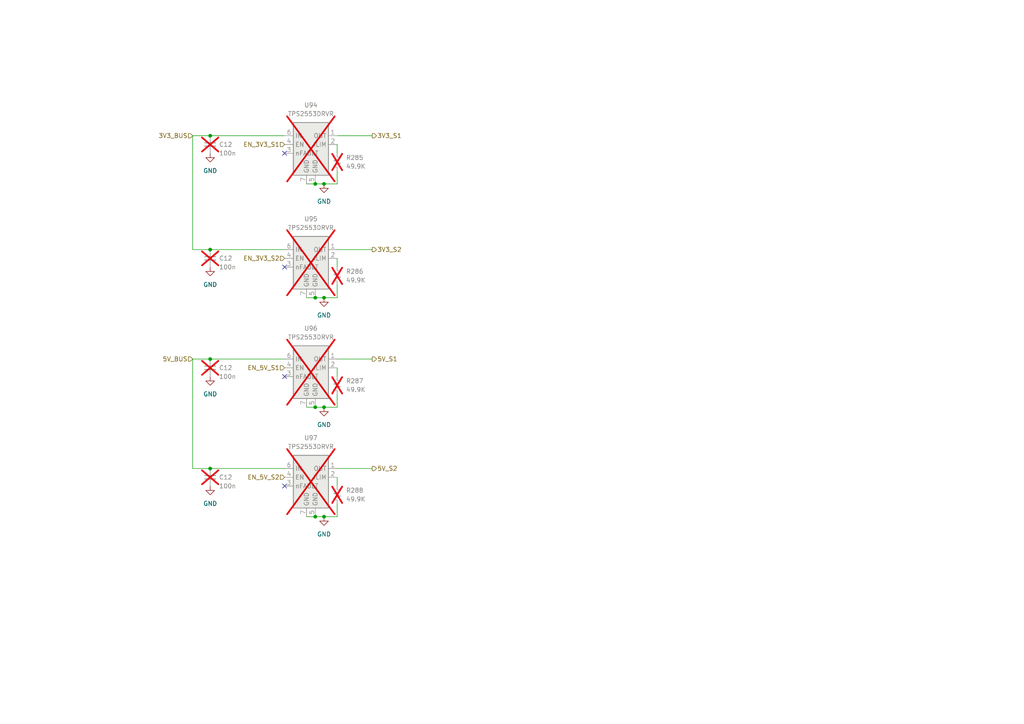
<source format=kicad_sch>
(kicad_sch (version 20230121) (generator eeschema)

  (uuid 732762da-7fb4-4457-98c7-09bf1e2fdadf)

  (paper "A4")

  (lib_symbols
    (symbol "Device:C_Small" (pin_numbers hide) (pin_names (offset 0.254) hide) (in_bom yes) (on_board yes)
      (property "Reference" "C" (at 0.254 1.778 0)
        (effects (font (size 1.27 1.27)) (justify left))
      )
      (property "Value" "C_Small" (at 0.254 -2.032 0)
        (effects (font (size 1.27 1.27)) (justify left))
      )
      (property "Footprint" "" (at 0 0 0)
        (effects (font (size 1.27 1.27)) hide)
      )
      (property "Datasheet" "~" (at 0 0 0)
        (effects (font (size 1.27 1.27)) hide)
      )
      (property "ki_keywords" "capacitor cap" (at 0 0 0)
        (effects (font (size 1.27 1.27)) hide)
      )
      (property "ki_description" "Unpolarized capacitor, small symbol" (at 0 0 0)
        (effects (font (size 1.27 1.27)) hide)
      )
      (property "ki_fp_filters" "C_*" (at 0 0 0)
        (effects (font (size 1.27 1.27)) hide)
      )
      (symbol "C_Small_0_1"
        (polyline
          (pts
            (xy -1.524 -0.508)
            (xy 1.524 -0.508)
          )
          (stroke (width 0.3302) (type default))
          (fill (type none))
        )
        (polyline
          (pts
            (xy -1.524 0.508)
            (xy 1.524 0.508)
          )
          (stroke (width 0.3048) (type default))
          (fill (type none))
        )
      )
      (symbol "C_Small_1_1"
        (pin passive line (at 0 2.54 270) (length 2.032)
          (name "~" (effects (font (size 1.27 1.27))))
          (number "1" (effects (font (size 1.27 1.27))))
        )
        (pin passive line (at 0 -2.54 90) (length 2.032)
          (name "~" (effects (font (size 1.27 1.27))))
          (number "2" (effects (font (size 1.27 1.27))))
        )
      )
    )
    (symbol "Device:R_Small_US" (pin_numbers hide) (pin_names (offset 0.254) hide) (in_bom yes) (on_board yes)
      (property "Reference" "R" (at 0.762 0.508 0)
        (effects (font (size 1.27 1.27)) (justify left))
      )
      (property "Value" "R_Small_US" (at 0.762 -1.016 0)
        (effects (font (size 1.27 1.27)) (justify left))
      )
      (property "Footprint" "" (at 0 0 0)
        (effects (font (size 1.27 1.27)) hide)
      )
      (property "Datasheet" "~" (at 0 0 0)
        (effects (font (size 1.27 1.27)) hide)
      )
      (property "ki_keywords" "r resistor" (at 0 0 0)
        (effects (font (size 1.27 1.27)) hide)
      )
      (property "ki_description" "Resistor, small US symbol" (at 0 0 0)
        (effects (font (size 1.27 1.27)) hide)
      )
      (property "ki_fp_filters" "R_*" (at 0 0 0)
        (effects (font (size 1.27 1.27)) hide)
      )
      (symbol "R_Small_US_1_1"
        (polyline
          (pts
            (xy 0 0)
            (xy 1.016 -0.381)
            (xy 0 -0.762)
            (xy -1.016 -1.143)
            (xy 0 -1.524)
          )
          (stroke (width 0) (type default))
          (fill (type none))
        )
        (polyline
          (pts
            (xy 0 1.524)
            (xy 1.016 1.143)
            (xy 0 0.762)
            (xy -1.016 0.381)
            (xy 0 0)
          )
          (stroke (width 0) (type default))
          (fill (type none))
        )
        (pin passive line (at 0 2.54 270) (length 1.016)
          (name "~" (effects (font (size 1.27 1.27))))
          (number "1" (effects (font (size 1.27 1.27))))
        )
        (pin passive line (at 0 -2.54 90) (length 1.016)
          (name "~" (effects (font (size 1.27 1.27))))
          (number "2" (effects (font (size 1.27 1.27))))
        )
      )
    )
    (symbol "ESLGSU_Parts_Lib:TPS2553DRVR" (in_bom yes) (on_board yes)
      (property "Reference" "U" (at -5.08 15.24 0)
        (effects (font (size 1.27 1.27)))
      )
      (property "Value" "TPS2553DRVR" (at 6.35 15.24 0)
        (effects (font (size 1.27 1.27)))
      )
      (property "Footprint" "Package_SON:WSON-6-1EP_2x2mm_P0.65mm_EP1x1.6mm" (at -1.27 17.78 0)
        (effects (font (size 1.27 1.27)) hide)
      )
      (property "Datasheet" "" (at 0 0 0)
        (effects (font (size 1.27 1.27)) hide)
      )
      (symbol "TPS2553DRVR_1_1"
        (rectangle (start -5.08 13.97) (end 5.08 -1.27)
          (stroke (width 0.3) (type default))
          (fill (type background))
        )
        (pin power_out line (at 7.62 10.16 180) (length 2.54)
          (name "OUT" (effects (font (size 1.27 1.27))))
          (number "1" (effects (font (size 1.27 1.27))))
        )
        (pin passive line (at 7.62 7.62 180) (length 2.54)
          (name "ILIM" (effects (font (size 1.27 1.27))))
          (number "2" (effects (font (size 1.27 1.27))))
        )
        (pin input line (at -7.62 5.08 0) (length 2.54)
          (name "nFAULT" (effects (font (size 1.27 1.27))))
          (number "3" (effects (font (size 1.27 1.27))))
        )
        (pin input line (at -7.62 7.62 0) (length 2.54)
          (name "EN" (effects (font (size 1.27 1.27))))
          (number "4" (effects (font (size 1.27 1.27))))
        )
        (pin power_in line (at 1.27 -3.81 90) (length 2.54)
          (name "GND" (effects (font (size 1.27 1.27))))
          (number "5" (effects (font (size 1.27 1.27))))
        )
        (pin power_in line (at -7.62 10.16 0) (length 2.54)
          (name "IN" (effects (font (size 1.27 1.27))))
          (number "6" (effects (font (size 1.27 1.27))))
        )
        (pin power_in line (at -1.27 -3.81 90) (length 2.54)
          (name "GND" (effects (font (size 1.27 1.27))))
          (number "7" (effects (font (size 1.27 1.27))))
        )
      )
    )
    (symbol "power:GND" (power) (pin_names (offset 0)) (in_bom yes) (on_board yes)
      (property "Reference" "#PWR" (at 0 -6.35 0)
        (effects (font (size 1.27 1.27)) hide)
      )
      (property "Value" "GND" (at 0 -3.81 0)
        (effects (font (size 1.27 1.27)))
      )
      (property "Footprint" "" (at 0 0 0)
        (effects (font (size 1.27 1.27)) hide)
      )
      (property "Datasheet" "" (at 0 0 0)
        (effects (font (size 1.27 1.27)) hide)
      )
      (property "ki_keywords" "global power" (at 0 0 0)
        (effects (font (size 1.27 1.27)) hide)
      )
      (property "ki_description" "Power symbol creates a global label with name \"GND\" , ground" (at 0 0 0)
        (effects (font (size 1.27 1.27)) hide)
      )
      (symbol "GND_0_1"
        (polyline
          (pts
            (xy 0 0)
            (xy 0 -1.27)
            (xy 1.27 -1.27)
            (xy 0 -2.54)
            (xy -1.27 -1.27)
            (xy 0 -1.27)
          )
          (stroke (width 0) (type default))
          (fill (type none))
        )
      )
      (symbol "GND_1_1"
        (pin power_in line (at 0 0 270) (length 0) hide
          (name "GND" (effects (font (size 1.27 1.27))))
          (number "1" (effects (font (size 1.27 1.27))))
        )
      )
    )
  )

  (junction (at 91.44 149.86) (diameter 0) (color 0 0 0 0)
    (uuid 14bf1d49-2c00-44e7-bea7-d6a183878bb8)
  )
  (junction (at 60.96 135.89) (diameter 0) (color 0 0 0 0)
    (uuid 3c71b214-b2d2-489c-80b9-9f6dbec240cf)
  )
  (junction (at 93.98 118.11) (diameter 0) (color 0 0 0 0)
    (uuid 45c3af8f-7e72-4662-b9c5-136e6771adf8)
  )
  (junction (at 60.96 104.14) (diameter 0) (color 0 0 0 0)
    (uuid 7ff023a2-50f1-44ec-9cee-9148c64b835f)
  )
  (junction (at 93.98 149.86) (diameter 0) (color 0 0 0 0)
    (uuid 8d7641cc-564c-4eaf-9f61-02009cae3815)
  )
  (junction (at 93.98 86.36) (diameter 0) (color 0 0 0 0)
    (uuid b1b34166-a91c-4640-b192-d579440c0a98)
  )
  (junction (at 60.96 39.37) (diameter 0) (color 0 0 0 0)
    (uuid bb8f6c26-4ba4-4b13-898c-6ae8f1b4c925)
  )
  (junction (at 91.44 118.11) (diameter 0) (color 0 0 0 0)
    (uuid c65b4bbc-d7d3-49be-8db6-25898f14fee1)
  )
  (junction (at 60.96 72.39) (diameter 0) (color 0 0 0 0)
    (uuid dfd19624-6fb5-4294-b635-cdd1ad4058fd)
  )
  (junction (at 91.44 53.34) (diameter 0) (color 0 0 0 0)
    (uuid e23a6d9b-1e4a-4ff4-a630-6c50cd7933ee)
  )
  (junction (at 91.44 86.36) (diameter 0) (color 0 0 0 0)
    (uuid f06e72a5-c60d-4056-92f9-8ec6084a73fa)
  )
  (junction (at 93.98 53.34) (diameter 0) (color 0 0 0 0)
    (uuid f5cd2c48-77c7-4595-8828-81b685fd7f28)
  )

  (no_connect (at 82.55 44.45) (uuid 06b8caa7-3141-430a-a5b9-7e212401f99e))
  (no_connect (at 82.55 140.97) (uuid 18e9dfb1-1721-4c3d-82c2-351777cefb95))
  (no_connect (at 82.55 77.47) (uuid 58e7016f-e536-4169-9158-032db2c1c87d))
  (no_connect (at 82.55 109.22) (uuid 892b952a-1684-40a9-97b0-8e477afd69b9))

  (wire (pts (xy 97.79 106.68) (xy 97.79 109.22))
    (stroke (width 0) (type default))
    (uuid 028a99b4-48f5-426f-9040-ef0d1efb2127)
  )
  (wire (pts (xy 97.79 86.36) (xy 97.79 82.55))
    (stroke (width 0) (type default))
    (uuid 0f0bb25d-69a8-4555-8aa6-a92a98c423d8)
  )
  (wire (pts (xy 91.44 118.11) (xy 93.98 118.11))
    (stroke (width 0) (type default))
    (uuid 1255b50d-fe17-4201-a94d-66db9d759e92)
  )
  (wire (pts (xy 60.96 104.14) (xy 82.55 104.14))
    (stroke (width 0) (type default))
    (uuid 1933a4bb-13ca-4c04-87b9-4af3de81ff1b)
  )
  (wire (pts (xy 107.95 135.89) (xy 97.79 135.89))
    (stroke (width 0) (type default))
    (uuid 25098fe6-1214-438b-b987-6291112c4267)
  )
  (wire (pts (xy 97.79 53.34) (xy 97.79 49.53))
    (stroke (width 0) (type default))
    (uuid 2c8258ce-847f-4005-a4a8-51f150e3b85d)
  )
  (wire (pts (xy 91.44 149.86) (xy 93.98 149.86))
    (stroke (width 0) (type default))
    (uuid 38a6deb5-8068-419b-bd49-649f327a8d6e)
  )
  (wire (pts (xy 55.88 39.37) (xy 55.88 72.39))
    (stroke (width 0) (type default))
    (uuid 3d1d9798-9dc0-48b6-8fcf-57777cfcb948)
  )
  (wire (pts (xy 60.96 39.37) (xy 82.55 39.37))
    (stroke (width 0) (type default))
    (uuid 3f0fbed4-6ab2-40f0-9603-87d02b55578f)
  )
  (wire (pts (xy 97.79 138.43) (xy 97.79 140.97))
    (stroke (width 0) (type default))
    (uuid 3f827747-8c93-4845-81df-d40f9c052a69)
  )
  (wire (pts (xy 93.98 53.34) (xy 97.79 53.34))
    (stroke (width 0) (type default))
    (uuid 40136aca-2171-4d37-ac07-0fcb0fd830de)
  )
  (wire (pts (xy 93.98 118.11) (xy 97.79 118.11))
    (stroke (width 0) (type default))
    (uuid 46e18ba5-7d70-4599-b43d-427bb30ef90d)
  )
  (wire (pts (xy 88.9 149.86) (xy 91.44 149.86))
    (stroke (width 0) (type default))
    (uuid 49de005c-65b3-4313-957a-57693a571bc3)
  )
  (wire (pts (xy 55.88 72.39) (xy 60.96 72.39))
    (stroke (width 0) (type default))
    (uuid 4e2baac9-9a74-443b-bd34-050217e24d6a)
  )
  (wire (pts (xy 93.98 86.36) (xy 97.79 86.36))
    (stroke (width 0) (type default))
    (uuid 56b95893-61f3-4afa-8829-2d6aa2cc66e6)
  )
  (wire (pts (xy 107.95 72.39) (xy 97.79 72.39))
    (stroke (width 0) (type default))
    (uuid 683e0fc4-0d6b-4e38-8cd5-0dcf014ef62e)
  )
  (wire (pts (xy 97.79 41.91) (xy 97.79 44.45))
    (stroke (width 0) (type default))
    (uuid 690d7760-b131-49d2-9818-54cd24c1f893)
  )
  (wire (pts (xy 107.95 39.37) (xy 97.79 39.37))
    (stroke (width 0) (type default))
    (uuid 73584c63-c1ae-4ace-be5a-29b1e83d4b2d)
  )
  (wire (pts (xy 97.79 74.93) (xy 97.79 77.47))
    (stroke (width 0) (type default))
    (uuid 89517a29-c4f5-409c-9144-9c72b274818e)
  )
  (wire (pts (xy 55.88 135.89) (xy 60.96 135.89))
    (stroke (width 0) (type default))
    (uuid 8cf807c3-b89c-4df4-b838-7c5f4d2900dc)
  )
  (wire (pts (xy 97.79 118.11) (xy 97.79 114.3))
    (stroke (width 0) (type default))
    (uuid 901efad2-a2a8-4310-b5b7-11cd9db4f947)
  )
  (wire (pts (xy 97.79 149.86) (xy 97.79 146.05))
    (stroke (width 0) (type default))
    (uuid 94ab7d33-6fe5-4fee-97c4-e39656411e39)
  )
  (wire (pts (xy 55.88 39.37) (xy 60.96 39.37))
    (stroke (width 0) (type default))
    (uuid 9713a5d5-eb31-40f3-b2d7-a9696111b381)
  )
  (wire (pts (xy 91.44 53.34) (xy 93.98 53.34))
    (stroke (width 0) (type default))
    (uuid 9941339e-b1d5-4abe-b048-a23feb67a91c)
  )
  (wire (pts (xy 55.88 104.14) (xy 60.96 104.14))
    (stroke (width 0) (type default))
    (uuid 9b8c0e2b-9a06-49bd-8ad9-cf2a7817335f)
  )
  (wire (pts (xy 60.96 135.89) (xy 82.55 135.89))
    (stroke (width 0) (type default))
    (uuid a2f82f88-0c8e-4d3b-a1f8-0d1530e97157)
  )
  (wire (pts (xy 88.9 86.36) (xy 91.44 86.36))
    (stroke (width 0) (type default))
    (uuid a479ef19-7dce-4b1d-ac25-84e7032c8e2a)
  )
  (wire (pts (xy 93.98 149.86) (xy 97.79 149.86))
    (stroke (width 0) (type default))
    (uuid a94f6d27-9546-4604-8f02-8499a6622ad0)
  )
  (wire (pts (xy 88.9 53.34) (xy 91.44 53.34))
    (stroke (width 0) (type default))
    (uuid bda2cb48-7086-4327-88df-e6ce688f9357)
  )
  (wire (pts (xy 88.9 118.11) (xy 91.44 118.11))
    (stroke (width 0) (type default))
    (uuid c0f38dee-4e2f-435d-a77f-65a1ea188259)
  )
  (wire (pts (xy 91.44 86.36) (xy 93.98 86.36))
    (stroke (width 0) (type default))
    (uuid cac69284-ccad-463a-adef-7555758166b5)
  )
  (wire (pts (xy 107.95 104.14) (xy 97.79 104.14))
    (stroke (width 0) (type default))
    (uuid d9025641-e8e1-4b06-acbf-2c8ea817a4a2)
  )
  (wire (pts (xy 55.88 104.14) (xy 55.88 135.89))
    (stroke (width 0) (type default))
    (uuid ef62c97c-6267-4a6a-bf5b-62daa84f32e7)
  )
  (wire (pts (xy 60.96 72.39) (xy 82.55 72.39))
    (stroke (width 0) (type default))
    (uuid ff076b25-c49d-49a6-9971-f30dd04f0bc3)
  )

  (hierarchical_label "EN_3V3_S1" (shape input) (at 82.55 41.91 180) (fields_autoplaced)
    (effects (font (size 1.27 1.27)) (justify right))
    (uuid 01a3fcab-6c21-4e63-8cb5-59d130fb7835)
  )
  (hierarchical_label "5V_BUS" (shape input) (at 55.88 104.14 180) (fields_autoplaced)
    (effects (font (size 1.27 1.27)) (justify right))
    (uuid 090747f6-151d-4335-aba5-0534b8951ca5)
  )
  (hierarchical_label "5V_S1" (shape output) (at 107.95 104.14 0) (fields_autoplaced)
    (effects (font (size 1.27 1.27)) (justify left))
    (uuid 0d37d460-e36d-4669-9acf-21d5ae56860a)
  )
  (hierarchical_label "EN_5V_S1" (shape input) (at 82.55 106.68 180) (fields_autoplaced)
    (effects (font (size 1.27 1.27)) (justify right))
    (uuid 4dcb1be3-290c-4118-86d2-f8017a973a54)
  )
  (hierarchical_label "3V3_S2" (shape output) (at 107.95 72.39 0) (fields_autoplaced)
    (effects (font (size 1.27 1.27)) (justify left))
    (uuid 53dd664b-7250-400d-a87b-c5eaa96f2da9)
  )
  (hierarchical_label "3V3_BUS" (shape input) (at 55.88 39.37 180) (fields_autoplaced)
    (effects (font (size 1.27 1.27)) (justify right))
    (uuid 5944db21-62aa-402a-9f3d-d51a0354c382)
  )
  (hierarchical_label "3V3_S1" (shape output) (at 107.95 39.37 0) (fields_autoplaced)
    (effects (font (size 1.27 1.27)) (justify left))
    (uuid 8b78ae8f-759d-4e0a-9e60-f08b229d0ac2)
  )
  (hierarchical_label "EN_3V3_S2" (shape input) (at 82.55 74.93 180) (fields_autoplaced)
    (effects (font (size 1.27 1.27)) (justify right))
    (uuid a1cca315-fa6f-4959-a2bc-bd96a0ac1e54)
  )
  (hierarchical_label "EN_5V_S2" (shape input) (at 82.55 138.43 180) (fields_autoplaced)
    (effects (font (size 1.27 1.27)) (justify right))
    (uuid edc584dc-bae2-4411-967f-f066beac6b4e)
  )
  (hierarchical_label "5V_S2" (shape output) (at 107.95 135.89 0) (fields_autoplaced)
    (effects (font (size 1.27 1.27)) (justify left))
    (uuid f73d5268-06c7-4957-af5f-70d9e1a71b9c)
  )

  (symbol (lib_id "ESLGSU_Parts_Lib:TPS2553DRVR") (at 90.17 49.53 0) (unit 1)
    (in_bom no) (on_board yes) (dnp yes) (fields_autoplaced)
    (uuid 28ca8394-64d4-4dc7-aea5-68397d78c152)
    (property "Reference" "U94" (at 90.17 30.48 0)
      (effects (font (size 1.27 1.27)))
    )
    (property "Value" "TPS2553DRVR" (at 90.17 33.02 0)
      (effects (font (size 1.27 1.27)))
    )
    (property "Footprint" "Package_SON:WSON-6-1EP_2x2mm_P0.65mm_EP1x1.6mm" (at 88.9 31.75 0)
      (effects (font (size 1.27 1.27)) hide)
    )
    (property "Datasheet" "" (at 90.17 49.53 0)
      (effects (font (size 1.27 1.27)) hide)
    )
    (property "LCSC Part" "C411878" (at 90.17 49.53 0)
      (effects (font (size 1.27 1.27)) hide)
    )
    (pin "1" (uuid 6e2959d9-c1cb-40a6-95d0-ae67587b7457))
    (pin "2" (uuid 8aaad707-e72f-440a-b6af-aa2830d62531))
    (pin "3" (uuid eaa0699d-fa2a-4a9e-910b-3ad93e142642))
    (pin "4" (uuid 0b308fc3-832c-472a-be1c-8575117d0e3d))
    (pin "5" (uuid 639c3eed-5fdb-4ac6-a117-90c5d911879d))
    (pin "6" (uuid a9b4341b-4b42-4d5a-9843-824db7e722ee))
    (pin "7" (uuid cf29de5e-61de-4f1a-81ab-fab6ed16a610))
    (instances
      (project "ESLGSU"
        (path "/b556fa32-e0cb-409c-ac85-9f2ac606be79/a0129643-7679-4e39-a7dc-7ad070b0d451"
          (reference "U94") (unit 1)
        )
      )
    )
  )

  (symbol (lib_id "ESLGSU_Parts_Lib:TPS2553DRVR") (at 90.17 146.05 0) (unit 1)
    (in_bom no) (on_board yes) (dnp yes) (fields_autoplaced)
    (uuid 326edecc-2651-4335-8ac2-8b3e90febc02)
    (property "Reference" "U97" (at 90.17 127 0)
      (effects (font (size 1.27 1.27)))
    )
    (property "Value" "TPS2553DRVR" (at 90.17 129.54 0)
      (effects (font (size 1.27 1.27)))
    )
    (property "Footprint" "Package_SON:WSON-6-1EP_2x2mm_P0.65mm_EP1x1.6mm" (at 88.9 128.27 0)
      (effects (font (size 1.27 1.27)) hide)
    )
    (property "Datasheet" "" (at 90.17 146.05 0)
      (effects (font (size 1.27 1.27)) hide)
    )
    (property "LCSC Part" "C411878" (at 90.17 146.05 0)
      (effects (font (size 1.27 1.27)) hide)
    )
    (pin "1" (uuid 9b36e20f-2fbc-4739-bb2f-ba515daa3c19))
    (pin "2" (uuid 8ad123eb-0870-4c6f-b346-667abea16cf5))
    (pin "3" (uuid e7452704-d59c-4cfb-abee-9ce0906457b3))
    (pin "4" (uuid b0776387-4b4f-4874-af7c-12c3df32ccb7))
    (pin "5" (uuid 4287ecbf-c634-4c6c-afd5-fb540e720350))
    (pin "6" (uuid d24b8087-2d83-49e4-a204-3454ca78c221))
    (pin "7" (uuid 0daa304a-5396-44a1-aad5-4adaef18c8b2))
    (instances
      (project "ESLGSU"
        (path "/b556fa32-e0cb-409c-ac85-9f2ac606be79/a0129643-7679-4e39-a7dc-7ad070b0d451"
          (reference "U97") (unit 1)
        )
      )
    )
  )

  (symbol (lib_id "power:GND") (at 93.98 53.34 0) (unit 1)
    (in_bom yes) (on_board yes) (dnp no) (fields_autoplaced)
    (uuid 57078543-3412-493d-be75-45280efee0bc)
    (property "Reference" "#PWR0262" (at 93.98 59.69 0)
      (effects (font (size 1.27 1.27)) hide)
    )
    (property "Value" "GND" (at 93.98 58.42 0)
      (effects (font (size 1.27 1.27)))
    )
    (property "Footprint" "" (at 93.98 53.34 0)
      (effects (font (size 1.27 1.27)) hide)
    )
    (property "Datasheet" "" (at 93.98 53.34 0)
      (effects (font (size 1.27 1.27)) hide)
    )
    (pin "1" (uuid 322cba89-920c-41ff-b693-bb8a035e9f29))
    (instances
      (project "ESLGSU"
        (path "/b556fa32-e0cb-409c-ac85-9f2ac606be79/a0129643-7679-4e39-a7dc-7ad070b0d451"
          (reference "#PWR0262") (unit 1)
        )
      )
    )
  )

  (symbol (lib_id "Device:C_Small") (at 60.96 41.91 0) (unit 1)
    (in_bom no) (on_board yes) (dnp yes)
    (uuid 57e67927-7476-4ba7-b47a-46bdc40e5cd8)
    (property "Reference" "C12" (at 63.5 41.91 0)
      (effects (font (size 1.27 1.27)) (justify left))
    )
    (property "Value" "100n" (at 63.5 44.45 0)
      (effects (font (size 1.27 1.27)) (justify left))
    )
    (property "Footprint" "Capacitor_SMD:C_0402_1005Metric" (at 60.96 41.91 0)
      (effects (font (size 1.27 1.27)) hide)
    )
    (property "Datasheet" "~" (at 60.96 41.91 0)
      (effects (font (size 1.27 1.27)) hide)
    )
    (property "LCSC Part" "C307331" (at 52.07 41.91 0)
      (effects (font (size 1.27 1.27)) hide)
    )
    (pin "1" (uuid 2f1915bc-3f34-402c-9d69-89f8b66e480f))
    (pin "2" (uuid 8b20a657-bf06-4541-a6b2-6121bf3459ec))
    (instances
      (project "ESLGSU"
        (path "/b556fa32-e0cb-409c-ac85-9f2ac606be79/09a64186-e4de-4db7-b903-c6397ff9a54d"
          (reference "C12") (unit 1)
        )
        (path "/b556fa32-e0cb-409c-ac85-9f2ac606be79/33c4fea8-f262-455e-abaf-737bb774af6a"
          (reference "C72") (unit 1)
        )
        (path "/b556fa32-e0cb-409c-ac85-9f2ac606be79/a0129643-7679-4e39-a7dc-7ad070b0d451"
          (reference "C234") (unit 1)
        )
      )
    )
  )

  (symbol (lib_id "Device:C_Small") (at 60.96 138.43 0) (unit 1)
    (in_bom no) (on_board yes) (dnp yes)
    (uuid 5c9b0823-8235-47ed-b3cd-f4a57edab481)
    (property "Reference" "C12" (at 63.5 138.43 0)
      (effects (font (size 1.27 1.27)) (justify left))
    )
    (property "Value" "100n" (at 63.5 140.97 0)
      (effects (font (size 1.27 1.27)) (justify left))
    )
    (property "Footprint" "Capacitor_SMD:C_0402_1005Metric" (at 60.96 138.43 0)
      (effects (font (size 1.27 1.27)) hide)
    )
    (property "Datasheet" "~" (at 60.96 138.43 0)
      (effects (font (size 1.27 1.27)) hide)
    )
    (property "LCSC Part" "C307331" (at 52.07 138.43 0)
      (effects (font (size 1.27 1.27)) hide)
    )
    (pin "1" (uuid b7530008-4710-427d-8173-33c7619d0c85))
    (pin "2" (uuid d0884e62-7127-4c69-a8ad-a24a7e130ef2))
    (instances
      (project "ESLGSU"
        (path "/b556fa32-e0cb-409c-ac85-9f2ac606be79/09a64186-e4de-4db7-b903-c6397ff9a54d"
          (reference "C12") (unit 1)
        )
        (path "/b556fa32-e0cb-409c-ac85-9f2ac606be79/33c4fea8-f262-455e-abaf-737bb774af6a"
          (reference "C72") (unit 1)
        )
        (path "/b556fa32-e0cb-409c-ac85-9f2ac606be79/a0129643-7679-4e39-a7dc-7ad070b0d451"
          (reference "C237") (unit 1)
        )
      )
    )
  )

  (symbol (lib_id "power:GND") (at 93.98 118.11 0) (unit 1)
    (in_bom yes) (on_board yes) (dnp no) (fields_autoplaced)
    (uuid 639f2eaa-5ac2-4ba6-94a8-bfa6446eb91e)
    (property "Reference" "#PWR0267" (at 93.98 124.46 0)
      (effects (font (size 1.27 1.27)) hide)
    )
    (property "Value" "GND" (at 93.98 123.19 0)
      (effects (font (size 1.27 1.27)))
    )
    (property "Footprint" "" (at 93.98 118.11 0)
      (effects (font (size 1.27 1.27)) hide)
    )
    (property "Datasheet" "" (at 93.98 118.11 0)
      (effects (font (size 1.27 1.27)) hide)
    )
    (pin "1" (uuid 1b18f969-369b-49e4-9c69-26867ce9d218))
    (instances
      (project "ESLGSU"
        (path "/b556fa32-e0cb-409c-ac85-9f2ac606be79/a0129643-7679-4e39-a7dc-7ad070b0d451"
          (reference "#PWR0267") (unit 1)
        )
      )
    )
  )

  (symbol (lib_id "power:GND") (at 60.96 109.22 0) (unit 1)
    (in_bom yes) (on_board yes) (dnp no) (fields_autoplaced)
    (uuid 6afd6f78-3563-45a3-a18f-2ccc652ba244)
    (property "Reference" "#PWR0266" (at 60.96 115.57 0)
      (effects (font (size 1.27 1.27)) hide)
    )
    (property "Value" "GND" (at 60.96 114.3 0)
      (effects (font (size 1.27 1.27)))
    )
    (property "Footprint" "" (at 60.96 109.22 0)
      (effects (font (size 1.27 1.27)) hide)
    )
    (property "Datasheet" "" (at 60.96 109.22 0)
      (effects (font (size 1.27 1.27)) hide)
    )
    (pin "1" (uuid c8ce1c09-7ced-43ca-b713-637bc9fd613e))
    (instances
      (project "ESLGSU"
        (path "/b556fa32-e0cb-409c-ac85-9f2ac606be79/a0129643-7679-4e39-a7dc-7ad070b0d451"
          (reference "#PWR0266") (unit 1)
        )
      )
    )
  )

  (symbol (lib_id "power:GND") (at 93.98 86.36 0) (unit 1)
    (in_bom yes) (on_board yes) (dnp no) (fields_autoplaced)
    (uuid 7589db1e-9fb2-4dbb-9335-f8fe3300c70f)
    (property "Reference" "#PWR0265" (at 93.98 92.71 0)
      (effects (font (size 1.27 1.27)) hide)
    )
    (property "Value" "GND" (at 93.98 91.44 0)
      (effects (font (size 1.27 1.27)))
    )
    (property "Footprint" "" (at 93.98 86.36 0)
      (effects (font (size 1.27 1.27)) hide)
    )
    (property "Datasheet" "" (at 93.98 86.36 0)
      (effects (font (size 1.27 1.27)) hide)
    )
    (pin "1" (uuid 4d71aee0-e125-4cd2-97e8-cd6e82fc5db1))
    (instances
      (project "ESLGSU"
        (path "/b556fa32-e0cb-409c-ac85-9f2ac606be79/a0129643-7679-4e39-a7dc-7ad070b0d451"
          (reference "#PWR0265") (unit 1)
        )
      )
    )
  )

  (symbol (lib_id "power:GND") (at 60.96 44.45 0) (unit 1)
    (in_bom yes) (on_board yes) (dnp no) (fields_autoplaced)
    (uuid 7ccd2dbf-6017-4bfd-a059-7dd9df66ad35)
    (property "Reference" "#PWR0263" (at 60.96 50.8 0)
      (effects (font (size 1.27 1.27)) hide)
    )
    (property "Value" "GND" (at 60.96 49.53 0)
      (effects (font (size 1.27 1.27)))
    )
    (property "Footprint" "" (at 60.96 44.45 0)
      (effects (font (size 1.27 1.27)) hide)
    )
    (property "Datasheet" "" (at 60.96 44.45 0)
      (effects (font (size 1.27 1.27)) hide)
    )
    (pin "1" (uuid a6570326-a19a-49b9-922e-de93a5378c07))
    (instances
      (project "ESLGSU"
        (path "/b556fa32-e0cb-409c-ac85-9f2ac606be79/a0129643-7679-4e39-a7dc-7ad070b0d451"
          (reference "#PWR0263") (unit 1)
        )
      )
    )
  )

  (symbol (lib_id "Device:R_Small_US") (at 97.79 111.76 0) (unit 1)
    (in_bom no) (on_board yes) (dnp yes) (fields_autoplaced)
    (uuid 7e088cd7-937c-4b74-9a65-1acd2814a404)
    (property "Reference" "R287" (at 100.33 110.49 0)
      (effects (font (size 1.27 1.27)) (justify left))
    )
    (property "Value" "49.9K" (at 100.33 113.03 0)
      (effects (font (size 1.27 1.27)) (justify left))
    )
    (property "Footprint" "Resistor_SMD:R_0402_1005Metric" (at 97.79 111.76 0)
      (effects (font (size 1.27 1.27)) hide)
    )
    (property "Datasheet" "~" (at 97.79 111.76 0)
      (effects (font (size 1.27 1.27)) hide)
    )
    (property "LCSC Part" "C25897" (at 97.79 111.76 0)
      (effects (font (size 1.27 1.27)) hide)
    )
    (pin "1" (uuid 9122735e-b8fd-4e68-af2d-3fcbde1d6f0b))
    (pin "2" (uuid dd095db9-76d2-4fb0-a9c8-5f17d08e07ba))
    (instances
      (project "ESLGSU"
        (path "/b556fa32-e0cb-409c-ac85-9f2ac606be79/a0129643-7679-4e39-a7dc-7ad070b0d451"
          (reference "R287") (unit 1)
        )
      )
    )
  )

  (symbol (lib_id "Device:C_Small") (at 60.96 106.68 0) (unit 1)
    (in_bom no) (on_board yes) (dnp yes)
    (uuid b2701f92-cc6a-4095-b5ef-a5e9c2b95098)
    (property "Reference" "C12" (at 63.5 106.68 0)
      (effects (font (size 1.27 1.27)) (justify left))
    )
    (property "Value" "100n" (at 63.5 109.22 0)
      (effects (font (size 1.27 1.27)) (justify left))
    )
    (property "Footprint" "Capacitor_SMD:C_0402_1005Metric" (at 60.96 106.68 0)
      (effects (font (size 1.27 1.27)) hide)
    )
    (property "Datasheet" "~" (at 60.96 106.68 0)
      (effects (font (size 1.27 1.27)) hide)
    )
    (property "LCSC Part" "C307331" (at 52.07 106.68 0)
      (effects (font (size 1.27 1.27)) hide)
    )
    (pin "1" (uuid 8c66c819-002a-41b0-876f-9be922ad3f25))
    (pin "2" (uuid 04d8039a-9327-4445-a81b-f125f2b3e923))
    (instances
      (project "ESLGSU"
        (path "/b556fa32-e0cb-409c-ac85-9f2ac606be79/09a64186-e4de-4db7-b903-c6397ff9a54d"
          (reference "C12") (unit 1)
        )
        (path "/b556fa32-e0cb-409c-ac85-9f2ac606be79/33c4fea8-f262-455e-abaf-737bb774af6a"
          (reference "C72") (unit 1)
        )
        (path "/b556fa32-e0cb-409c-ac85-9f2ac606be79/a0129643-7679-4e39-a7dc-7ad070b0d451"
          (reference "C236") (unit 1)
        )
      )
    )
  )

  (symbol (lib_id "power:GND") (at 93.98 149.86 0) (unit 1)
    (in_bom yes) (on_board yes) (dnp no) (fields_autoplaced)
    (uuid c0d27078-6b32-40ab-a9fd-98f744051c8b)
    (property "Reference" "#PWR0269" (at 93.98 156.21 0)
      (effects (font (size 1.27 1.27)) hide)
    )
    (property "Value" "GND" (at 93.98 154.94 0)
      (effects (font (size 1.27 1.27)))
    )
    (property "Footprint" "" (at 93.98 149.86 0)
      (effects (font (size 1.27 1.27)) hide)
    )
    (property "Datasheet" "" (at 93.98 149.86 0)
      (effects (font (size 1.27 1.27)) hide)
    )
    (pin "1" (uuid 6136021f-4ee9-462f-9269-11681e46b348))
    (instances
      (project "ESLGSU"
        (path "/b556fa32-e0cb-409c-ac85-9f2ac606be79/a0129643-7679-4e39-a7dc-7ad070b0d451"
          (reference "#PWR0269") (unit 1)
        )
      )
    )
  )

  (symbol (lib_id "power:GND") (at 60.96 77.47 0) (unit 1)
    (in_bom yes) (on_board yes) (dnp no) (fields_autoplaced)
    (uuid c51fd124-83ca-43c0-8c22-6c778a52e766)
    (property "Reference" "#PWR0264" (at 60.96 83.82 0)
      (effects (font (size 1.27 1.27)) hide)
    )
    (property "Value" "GND" (at 60.96 82.55 0)
      (effects (font (size 1.27 1.27)))
    )
    (property "Footprint" "" (at 60.96 77.47 0)
      (effects (font (size 1.27 1.27)) hide)
    )
    (property "Datasheet" "" (at 60.96 77.47 0)
      (effects (font (size 1.27 1.27)) hide)
    )
    (pin "1" (uuid dc316a3f-654b-426e-882a-2768af66ebe6))
    (instances
      (project "ESLGSU"
        (path "/b556fa32-e0cb-409c-ac85-9f2ac606be79/a0129643-7679-4e39-a7dc-7ad070b0d451"
          (reference "#PWR0264") (unit 1)
        )
      )
    )
  )

  (symbol (lib_id "Device:C_Small") (at 60.96 74.93 0) (unit 1)
    (in_bom no) (on_board yes) (dnp yes)
    (uuid c73cb312-23a2-4c75-bc5e-bf0b18c076c6)
    (property "Reference" "C12" (at 63.5 74.93 0)
      (effects (font (size 1.27 1.27)) (justify left))
    )
    (property "Value" "100n" (at 63.5 77.47 0)
      (effects (font (size 1.27 1.27)) (justify left))
    )
    (property "Footprint" "Capacitor_SMD:C_0402_1005Metric" (at 60.96 74.93 0)
      (effects (font (size 1.27 1.27)) hide)
    )
    (property "Datasheet" "~" (at 60.96 74.93 0)
      (effects (font (size 1.27 1.27)) hide)
    )
    (property "LCSC Part" "C307331" (at 52.07 74.93 0)
      (effects (font (size 1.27 1.27)) hide)
    )
    (pin "1" (uuid 64f46188-46b3-4617-b8ae-d3611dc3dc28))
    (pin "2" (uuid fbb215eb-0885-4d13-83b2-347c7bb830a3))
    (instances
      (project "ESLGSU"
        (path "/b556fa32-e0cb-409c-ac85-9f2ac606be79/09a64186-e4de-4db7-b903-c6397ff9a54d"
          (reference "C12") (unit 1)
        )
        (path "/b556fa32-e0cb-409c-ac85-9f2ac606be79/33c4fea8-f262-455e-abaf-737bb774af6a"
          (reference "C72") (unit 1)
        )
        (path "/b556fa32-e0cb-409c-ac85-9f2ac606be79/a0129643-7679-4e39-a7dc-7ad070b0d451"
          (reference "C235") (unit 1)
        )
      )
    )
  )

  (symbol (lib_id "Device:R_Small_US") (at 97.79 80.01 0) (unit 1)
    (in_bom no) (on_board yes) (dnp yes) (fields_autoplaced)
    (uuid cf5b0162-14c4-4810-8e26-4453af5d33c9)
    (property "Reference" "R286" (at 100.33 78.74 0)
      (effects (font (size 1.27 1.27)) (justify left))
    )
    (property "Value" "49.9K" (at 100.33 81.28 0)
      (effects (font (size 1.27 1.27)) (justify left))
    )
    (property "Footprint" "Resistor_SMD:R_0402_1005Metric" (at 97.79 80.01 0)
      (effects (font (size 1.27 1.27)) hide)
    )
    (property "Datasheet" "~" (at 97.79 80.01 0)
      (effects (font (size 1.27 1.27)) hide)
    )
    (property "LCSC Part" "C25897" (at 97.79 80.01 0)
      (effects (font (size 1.27 1.27)) hide)
    )
    (pin "1" (uuid e4e6f9ac-abbd-4314-87ec-2d6269307ec7))
    (pin "2" (uuid 676f5e92-1d78-40f1-96fb-e67ddaef6bc1))
    (instances
      (project "ESLGSU"
        (path "/b556fa32-e0cb-409c-ac85-9f2ac606be79/a0129643-7679-4e39-a7dc-7ad070b0d451"
          (reference "R286") (unit 1)
        )
      )
    )
  )

  (symbol (lib_id "ESLGSU_Parts_Lib:TPS2553DRVR") (at 90.17 82.55 0) (unit 1)
    (in_bom no) (on_board yes) (dnp yes) (fields_autoplaced)
    (uuid da781859-e530-4e58-b74d-07227e63ccd5)
    (property "Reference" "U95" (at 90.17 63.5 0)
      (effects (font (size 1.27 1.27)))
    )
    (property "Value" "TPS2553DRVR" (at 90.17 66.04 0)
      (effects (font (size 1.27 1.27)))
    )
    (property "Footprint" "Package_SON:WSON-6-1EP_2x2mm_P0.65mm_EP1x1.6mm" (at 88.9 64.77 0)
      (effects (font (size 1.27 1.27)) hide)
    )
    (property "Datasheet" "" (at 90.17 82.55 0)
      (effects (font (size 1.27 1.27)) hide)
    )
    (property "LCSC Part" "C411878" (at 90.17 82.55 0)
      (effects (font (size 1.27 1.27)) hide)
    )
    (pin "1" (uuid 11867105-7982-44cd-90dc-29ae84a7ba53))
    (pin "2" (uuid 2571a500-e824-4f21-9301-59fb57c31c1e))
    (pin "3" (uuid bbbef00c-f3c7-4e27-966f-026693d2b9a4))
    (pin "4" (uuid 54fbd555-39b8-468f-9f3c-675aeac189d3))
    (pin "5" (uuid 140672e8-042b-4110-9d68-f3a962f99792))
    (pin "6" (uuid 49501a1a-b8ff-44ca-84ac-c19b2846bf22))
    (pin "7" (uuid dc176ede-71af-4be2-a4c3-cf534f045e5f))
    (instances
      (project "ESLGSU"
        (path "/b556fa32-e0cb-409c-ac85-9f2ac606be79/a0129643-7679-4e39-a7dc-7ad070b0d451"
          (reference "U95") (unit 1)
        )
      )
    )
  )

  (symbol (lib_id "ESLGSU_Parts_Lib:TPS2553DRVR") (at 90.17 114.3 0) (unit 1)
    (in_bom no) (on_board yes) (dnp yes) (fields_autoplaced)
    (uuid e4aef0d8-23cc-49cc-a7c1-12fbd981284d)
    (property "Reference" "U96" (at 90.17 95.25 0)
      (effects (font (size 1.27 1.27)))
    )
    (property "Value" "TPS2553DRVR" (at 90.17 97.79 0)
      (effects (font (size 1.27 1.27)))
    )
    (property "Footprint" "Package_SON:WSON-6-1EP_2x2mm_P0.65mm_EP1x1.6mm" (at 88.9 96.52 0)
      (effects (font (size 1.27 1.27)) hide)
    )
    (property "Datasheet" "" (at 90.17 114.3 0)
      (effects (font (size 1.27 1.27)) hide)
    )
    (property "LCSC Part" "C411878" (at 90.17 114.3 0)
      (effects (font (size 1.27 1.27)) hide)
    )
    (pin "1" (uuid c2e666b4-1e48-4e0d-9908-1ffafcf8f2e6))
    (pin "2" (uuid 93065793-6b0b-4c59-9fe8-bcd3e361d9e8))
    (pin "3" (uuid b1501ec7-aff1-4710-96f1-fff733f06b59))
    (pin "4" (uuid 03b92cc7-816a-4212-b1ad-2fd96f512fdf))
    (pin "5" (uuid c597133f-45a7-4090-9743-78ea3d604ded))
    (pin "6" (uuid d86d357a-fc4a-43bc-8471-1609018017b3))
    (pin "7" (uuid 27134011-d6e0-4081-aa4c-9876b4431e84))
    (instances
      (project "ESLGSU"
        (path "/b556fa32-e0cb-409c-ac85-9f2ac606be79/a0129643-7679-4e39-a7dc-7ad070b0d451"
          (reference "U96") (unit 1)
        )
      )
    )
  )

  (symbol (lib_id "power:GND") (at 60.96 140.97 0) (unit 1)
    (in_bom yes) (on_board yes) (dnp no) (fields_autoplaced)
    (uuid f2a469b5-25bc-403c-88ca-09031b535d3d)
    (property "Reference" "#PWR0268" (at 60.96 147.32 0)
      (effects (font (size 1.27 1.27)) hide)
    )
    (property "Value" "GND" (at 60.96 146.05 0)
      (effects (font (size 1.27 1.27)))
    )
    (property "Footprint" "" (at 60.96 140.97 0)
      (effects (font (size 1.27 1.27)) hide)
    )
    (property "Datasheet" "" (at 60.96 140.97 0)
      (effects (font (size 1.27 1.27)) hide)
    )
    (pin "1" (uuid 4d89d3d1-b1e3-444f-97df-be01786ec46a))
    (instances
      (project "ESLGSU"
        (path "/b556fa32-e0cb-409c-ac85-9f2ac606be79/a0129643-7679-4e39-a7dc-7ad070b0d451"
          (reference "#PWR0268") (unit 1)
        )
      )
    )
  )

  (symbol (lib_id "Device:R_Small_US") (at 97.79 46.99 0) (unit 1)
    (in_bom no) (on_board yes) (dnp yes) (fields_autoplaced)
    (uuid fb3b0dcf-f59f-4ae2-b82c-650b8bcd1e2e)
    (property "Reference" "R285" (at 100.33 45.72 0)
      (effects (font (size 1.27 1.27)) (justify left))
    )
    (property "Value" "49.9K" (at 100.33 48.26 0)
      (effects (font (size 1.27 1.27)) (justify left))
    )
    (property "Footprint" "Resistor_SMD:R_0402_1005Metric" (at 97.79 46.99 0)
      (effects (font (size 1.27 1.27)) hide)
    )
    (property "Datasheet" "~" (at 97.79 46.99 0)
      (effects (font (size 1.27 1.27)) hide)
    )
    (property "LCSC Part" "C25897" (at 97.79 46.99 0)
      (effects (font (size 1.27 1.27)) hide)
    )
    (pin "1" (uuid bcc47a90-d1b0-442e-8152-2649cdeae8ad))
    (pin "2" (uuid a309afd2-3820-461b-9253-8298cf18937f))
    (instances
      (project "ESLGSU"
        (path "/b556fa32-e0cb-409c-ac85-9f2ac606be79/a0129643-7679-4e39-a7dc-7ad070b0d451"
          (reference "R285") (unit 1)
        )
      )
    )
  )

  (symbol (lib_id "Device:R_Small_US") (at 97.79 143.51 0) (unit 1)
    (in_bom no) (on_board yes) (dnp yes) (fields_autoplaced)
    (uuid fbfcd90d-06a1-4ebe-bda2-4011702638e8)
    (property "Reference" "R288" (at 100.33 142.24 0)
      (effects (font (size 1.27 1.27)) (justify left))
    )
    (property "Value" "49.9K" (at 100.33 144.78 0)
      (effects (font (size 1.27 1.27)) (justify left))
    )
    (property "Footprint" "Resistor_SMD:R_0402_1005Metric" (at 97.79 143.51 0)
      (effects (font (size 1.27 1.27)) hide)
    )
    (property "Datasheet" "~" (at 97.79 143.51 0)
      (effects (font (size 1.27 1.27)) hide)
    )
    (property "LCSC Part" "C25897" (at 97.79 143.51 0)
      (effects (font (size 1.27 1.27)) hide)
    )
    (pin "1" (uuid 21275009-e21f-49b6-b04a-6dca137d0d95))
    (pin "2" (uuid 1232196e-635c-43b8-9242-db094fb13eeb))
    (instances
      (project "ESLGSU"
        (path "/b556fa32-e0cb-409c-ac85-9f2ac606be79/a0129643-7679-4e39-a7dc-7ad070b0d451"
          (reference "R288") (unit 1)
        )
      )
    )
  )
)

</source>
